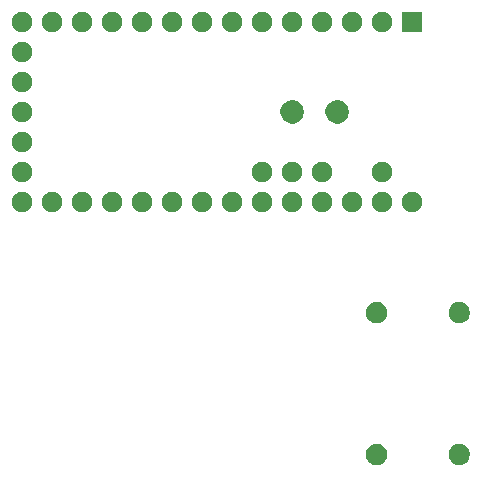
<source format=gbs>
G04 #@! TF.GenerationSoftware,KiCad,Pcbnew,(5.1.4)-1*
G04 #@! TF.CreationDate,2019-10-14T19:51:17-04:00*
G04 #@! TF.ProjectId,badger-badge,62616467-6572-42d6-9261-6467652e6b69,rev?*
G04 #@! TF.SameCoordinates,Original*
G04 #@! TF.FileFunction,Soldermask,Bot*
G04 #@! TF.FilePolarity,Negative*
%FSLAX46Y46*%
G04 Gerber Fmt 4.6, Leading zero omitted, Abs format (unit mm)*
G04 Created by KiCad (PCBNEW (5.1.4)-1) date 2019-10-14 19:51:17*
%MOMM*%
%LPD*%
G04 APERTURE LIST*
%ADD10C,0.100000*%
G04 APERTURE END LIST*
D10*
G36*
X98613512Y-118103927D02*
G01*
X98762812Y-118133624D01*
X98926784Y-118201544D01*
X99074354Y-118300147D01*
X99199853Y-118425646D01*
X99298456Y-118573216D01*
X99366376Y-118737188D01*
X99401000Y-118911259D01*
X99401000Y-119088741D01*
X99366376Y-119262812D01*
X99298456Y-119426784D01*
X99199853Y-119574354D01*
X99074354Y-119699853D01*
X98926784Y-119798456D01*
X98762812Y-119866376D01*
X98613512Y-119896073D01*
X98588742Y-119901000D01*
X98411258Y-119901000D01*
X98386488Y-119896073D01*
X98237188Y-119866376D01*
X98073216Y-119798456D01*
X97925646Y-119699853D01*
X97800147Y-119574354D01*
X97701544Y-119426784D01*
X97633624Y-119262812D01*
X97599000Y-119088741D01*
X97599000Y-118911259D01*
X97633624Y-118737188D01*
X97701544Y-118573216D01*
X97800147Y-118425646D01*
X97925646Y-118300147D01*
X98073216Y-118201544D01*
X98237188Y-118133624D01*
X98386488Y-118103927D01*
X98411258Y-118099000D01*
X98588742Y-118099000D01*
X98613512Y-118103927D01*
X98613512Y-118103927D01*
G37*
G36*
X91613512Y-118103927D02*
G01*
X91762812Y-118133624D01*
X91926784Y-118201544D01*
X92074354Y-118300147D01*
X92199853Y-118425646D01*
X92298456Y-118573216D01*
X92366376Y-118737188D01*
X92401000Y-118911259D01*
X92401000Y-119088741D01*
X92366376Y-119262812D01*
X92298456Y-119426784D01*
X92199853Y-119574354D01*
X92074354Y-119699853D01*
X91926784Y-119798456D01*
X91762812Y-119866376D01*
X91613512Y-119896073D01*
X91588742Y-119901000D01*
X91411258Y-119901000D01*
X91386488Y-119896073D01*
X91237188Y-119866376D01*
X91073216Y-119798456D01*
X90925646Y-119699853D01*
X90800147Y-119574354D01*
X90701544Y-119426784D01*
X90633624Y-119262812D01*
X90599000Y-119088741D01*
X90599000Y-118911259D01*
X90633624Y-118737188D01*
X90701544Y-118573216D01*
X90800147Y-118425646D01*
X90925646Y-118300147D01*
X91073216Y-118201544D01*
X91237188Y-118133624D01*
X91386488Y-118103927D01*
X91411258Y-118099000D01*
X91588742Y-118099000D01*
X91613512Y-118103927D01*
X91613512Y-118103927D01*
G37*
G36*
X91613512Y-106103927D02*
G01*
X91762812Y-106133624D01*
X91926784Y-106201544D01*
X92074354Y-106300147D01*
X92199853Y-106425646D01*
X92298456Y-106573216D01*
X92366376Y-106737188D01*
X92401000Y-106911259D01*
X92401000Y-107088741D01*
X92366376Y-107262812D01*
X92298456Y-107426784D01*
X92199853Y-107574354D01*
X92074354Y-107699853D01*
X91926784Y-107798456D01*
X91762812Y-107866376D01*
X91613512Y-107896073D01*
X91588742Y-107901000D01*
X91411258Y-107901000D01*
X91386488Y-107896073D01*
X91237188Y-107866376D01*
X91073216Y-107798456D01*
X90925646Y-107699853D01*
X90800147Y-107574354D01*
X90701544Y-107426784D01*
X90633624Y-107262812D01*
X90599000Y-107088741D01*
X90599000Y-106911259D01*
X90633624Y-106737188D01*
X90701544Y-106573216D01*
X90800147Y-106425646D01*
X90925646Y-106300147D01*
X91073216Y-106201544D01*
X91237188Y-106133624D01*
X91386488Y-106103927D01*
X91411258Y-106099000D01*
X91588742Y-106099000D01*
X91613512Y-106103927D01*
X91613512Y-106103927D01*
G37*
G36*
X98613512Y-106103927D02*
G01*
X98762812Y-106133624D01*
X98926784Y-106201544D01*
X99074354Y-106300147D01*
X99199853Y-106425646D01*
X99298456Y-106573216D01*
X99366376Y-106737188D01*
X99401000Y-106911259D01*
X99401000Y-107088741D01*
X99366376Y-107262812D01*
X99298456Y-107426784D01*
X99199853Y-107574354D01*
X99074354Y-107699853D01*
X98926784Y-107798456D01*
X98762812Y-107866376D01*
X98613512Y-107896073D01*
X98588742Y-107901000D01*
X98411258Y-107901000D01*
X98386488Y-107896073D01*
X98237188Y-107866376D01*
X98073216Y-107798456D01*
X97925646Y-107699853D01*
X97800147Y-107574354D01*
X97701544Y-107426784D01*
X97633624Y-107262812D01*
X97599000Y-107088741D01*
X97599000Y-106911259D01*
X97633624Y-106737188D01*
X97701544Y-106573216D01*
X97800147Y-106425646D01*
X97925646Y-106300147D01*
X98073216Y-106201544D01*
X98237188Y-106133624D01*
X98386488Y-106103927D01*
X98411258Y-106099000D01*
X98588742Y-106099000D01*
X98613512Y-106103927D01*
X98613512Y-106103927D01*
G37*
G36*
X76978228Y-96801703D02*
G01*
X77133100Y-96865853D01*
X77272481Y-96958985D01*
X77391015Y-97077519D01*
X77484147Y-97216900D01*
X77548297Y-97371772D01*
X77581000Y-97536184D01*
X77581000Y-97703816D01*
X77548297Y-97868228D01*
X77484147Y-98023100D01*
X77391015Y-98162481D01*
X77272481Y-98281015D01*
X77133100Y-98374147D01*
X76978228Y-98438297D01*
X76813816Y-98471000D01*
X76646184Y-98471000D01*
X76481772Y-98438297D01*
X76326900Y-98374147D01*
X76187519Y-98281015D01*
X76068985Y-98162481D01*
X75975853Y-98023100D01*
X75911703Y-97868228D01*
X75879000Y-97703816D01*
X75879000Y-97536184D01*
X75911703Y-97371772D01*
X75975853Y-97216900D01*
X76068985Y-97077519D01*
X76187519Y-96958985D01*
X76326900Y-96865853D01*
X76481772Y-96801703D01*
X76646184Y-96769000D01*
X76813816Y-96769000D01*
X76978228Y-96801703D01*
X76978228Y-96801703D01*
G37*
G36*
X61738228Y-96801703D02*
G01*
X61893100Y-96865853D01*
X62032481Y-96958985D01*
X62151015Y-97077519D01*
X62244147Y-97216900D01*
X62308297Y-97371772D01*
X62341000Y-97536184D01*
X62341000Y-97703816D01*
X62308297Y-97868228D01*
X62244147Y-98023100D01*
X62151015Y-98162481D01*
X62032481Y-98281015D01*
X61893100Y-98374147D01*
X61738228Y-98438297D01*
X61573816Y-98471000D01*
X61406184Y-98471000D01*
X61241772Y-98438297D01*
X61086900Y-98374147D01*
X60947519Y-98281015D01*
X60828985Y-98162481D01*
X60735853Y-98023100D01*
X60671703Y-97868228D01*
X60639000Y-97703816D01*
X60639000Y-97536184D01*
X60671703Y-97371772D01*
X60735853Y-97216900D01*
X60828985Y-97077519D01*
X60947519Y-96958985D01*
X61086900Y-96865853D01*
X61241772Y-96801703D01*
X61406184Y-96769000D01*
X61573816Y-96769000D01*
X61738228Y-96801703D01*
X61738228Y-96801703D01*
G37*
G36*
X64278228Y-96801703D02*
G01*
X64433100Y-96865853D01*
X64572481Y-96958985D01*
X64691015Y-97077519D01*
X64784147Y-97216900D01*
X64848297Y-97371772D01*
X64881000Y-97536184D01*
X64881000Y-97703816D01*
X64848297Y-97868228D01*
X64784147Y-98023100D01*
X64691015Y-98162481D01*
X64572481Y-98281015D01*
X64433100Y-98374147D01*
X64278228Y-98438297D01*
X64113816Y-98471000D01*
X63946184Y-98471000D01*
X63781772Y-98438297D01*
X63626900Y-98374147D01*
X63487519Y-98281015D01*
X63368985Y-98162481D01*
X63275853Y-98023100D01*
X63211703Y-97868228D01*
X63179000Y-97703816D01*
X63179000Y-97536184D01*
X63211703Y-97371772D01*
X63275853Y-97216900D01*
X63368985Y-97077519D01*
X63487519Y-96958985D01*
X63626900Y-96865853D01*
X63781772Y-96801703D01*
X63946184Y-96769000D01*
X64113816Y-96769000D01*
X64278228Y-96801703D01*
X64278228Y-96801703D01*
G37*
G36*
X66818228Y-96801703D02*
G01*
X66973100Y-96865853D01*
X67112481Y-96958985D01*
X67231015Y-97077519D01*
X67324147Y-97216900D01*
X67388297Y-97371772D01*
X67421000Y-97536184D01*
X67421000Y-97703816D01*
X67388297Y-97868228D01*
X67324147Y-98023100D01*
X67231015Y-98162481D01*
X67112481Y-98281015D01*
X66973100Y-98374147D01*
X66818228Y-98438297D01*
X66653816Y-98471000D01*
X66486184Y-98471000D01*
X66321772Y-98438297D01*
X66166900Y-98374147D01*
X66027519Y-98281015D01*
X65908985Y-98162481D01*
X65815853Y-98023100D01*
X65751703Y-97868228D01*
X65719000Y-97703816D01*
X65719000Y-97536184D01*
X65751703Y-97371772D01*
X65815853Y-97216900D01*
X65908985Y-97077519D01*
X66027519Y-96958985D01*
X66166900Y-96865853D01*
X66321772Y-96801703D01*
X66486184Y-96769000D01*
X66653816Y-96769000D01*
X66818228Y-96801703D01*
X66818228Y-96801703D01*
G37*
G36*
X69358228Y-96801703D02*
G01*
X69513100Y-96865853D01*
X69652481Y-96958985D01*
X69771015Y-97077519D01*
X69864147Y-97216900D01*
X69928297Y-97371772D01*
X69961000Y-97536184D01*
X69961000Y-97703816D01*
X69928297Y-97868228D01*
X69864147Y-98023100D01*
X69771015Y-98162481D01*
X69652481Y-98281015D01*
X69513100Y-98374147D01*
X69358228Y-98438297D01*
X69193816Y-98471000D01*
X69026184Y-98471000D01*
X68861772Y-98438297D01*
X68706900Y-98374147D01*
X68567519Y-98281015D01*
X68448985Y-98162481D01*
X68355853Y-98023100D01*
X68291703Y-97868228D01*
X68259000Y-97703816D01*
X68259000Y-97536184D01*
X68291703Y-97371772D01*
X68355853Y-97216900D01*
X68448985Y-97077519D01*
X68567519Y-96958985D01*
X68706900Y-96865853D01*
X68861772Y-96801703D01*
X69026184Y-96769000D01*
X69193816Y-96769000D01*
X69358228Y-96801703D01*
X69358228Y-96801703D01*
G37*
G36*
X71898228Y-96801703D02*
G01*
X72053100Y-96865853D01*
X72192481Y-96958985D01*
X72311015Y-97077519D01*
X72404147Y-97216900D01*
X72468297Y-97371772D01*
X72501000Y-97536184D01*
X72501000Y-97703816D01*
X72468297Y-97868228D01*
X72404147Y-98023100D01*
X72311015Y-98162481D01*
X72192481Y-98281015D01*
X72053100Y-98374147D01*
X71898228Y-98438297D01*
X71733816Y-98471000D01*
X71566184Y-98471000D01*
X71401772Y-98438297D01*
X71246900Y-98374147D01*
X71107519Y-98281015D01*
X70988985Y-98162481D01*
X70895853Y-98023100D01*
X70831703Y-97868228D01*
X70799000Y-97703816D01*
X70799000Y-97536184D01*
X70831703Y-97371772D01*
X70895853Y-97216900D01*
X70988985Y-97077519D01*
X71107519Y-96958985D01*
X71246900Y-96865853D01*
X71401772Y-96801703D01*
X71566184Y-96769000D01*
X71733816Y-96769000D01*
X71898228Y-96801703D01*
X71898228Y-96801703D01*
G37*
G36*
X74438228Y-96801703D02*
G01*
X74593100Y-96865853D01*
X74732481Y-96958985D01*
X74851015Y-97077519D01*
X74944147Y-97216900D01*
X75008297Y-97371772D01*
X75041000Y-97536184D01*
X75041000Y-97703816D01*
X75008297Y-97868228D01*
X74944147Y-98023100D01*
X74851015Y-98162481D01*
X74732481Y-98281015D01*
X74593100Y-98374147D01*
X74438228Y-98438297D01*
X74273816Y-98471000D01*
X74106184Y-98471000D01*
X73941772Y-98438297D01*
X73786900Y-98374147D01*
X73647519Y-98281015D01*
X73528985Y-98162481D01*
X73435853Y-98023100D01*
X73371703Y-97868228D01*
X73339000Y-97703816D01*
X73339000Y-97536184D01*
X73371703Y-97371772D01*
X73435853Y-97216900D01*
X73528985Y-97077519D01*
X73647519Y-96958985D01*
X73786900Y-96865853D01*
X73941772Y-96801703D01*
X74106184Y-96769000D01*
X74273816Y-96769000D01*
X74438228Y-96801703D01*
X74438228Y-96801703D01*
G37*
G36*
X79518228Y-96801703D02*
G01*
X79673100Y-96865853D01*
X79812481Y-96958985D01*
X79931015Y-97077519D01*
X80024147Y-97216900D01*
X80088297Y-97371772D01*
X80121000Y-97536184D01*
X80121000Y-97703816D01*
X80088297Y-97868228D01*
X80024147Y-98023100D01*
X79931015Y-98162481D01*
X79812481Y-98281015D01*
X79673100Y-98374147D01*
X79518228Y-98438297D01*
X79353816Y-98471000D01*
X79186184Y-98471000D01*
X79021772Y-98438297D01*
X78866900Y-98374147D01*
X78727519Y-98281015D01*
X78608985Y-98162481D01*
X78515853Y-98023100D01*
X78451703Y-97868228D01*
X78419000Y-97703816D01*
X78419000Y-97536184D01*
X78451703Y-97371772D01*
X78515853Y-97216900D01*
X78608985Y-97077519D01*
X78727519Y-96958985D01*
X78866900Y-96865853D01*
X79021772Y-96801703D01*
X79186184Y-96769000D01*
X79353816Y-96769000D01*
X79518228Y-96801703D01*
X79518228Y-96801703D01*
G37*
G36*
X82058228Y-96801703D02*
G01*
X82213100Y-96865853D01*
X82352481Y-96958985D01*
X82471015Y-97077519D01*
X82564147Y-97216900D01*
X82628297Y-97371772D01*
X82661000Y-97536184D01*
X82661000Y-97703816D01*
X82628297Y-97868228D01*
X82564147Y-98023100D01*
X82471015Y-98162481D01*
X82352481Y-98281015D01*
X82213100Y-98374147D01*
X82058228Y-98438297D01*
X81893816Y-98471000D01*
X81726184Y-98471000D01*
X81561772Y-98438297D01*
X81406900Y-98374147D01*
X81267519Y-98281015D01*
X81148985Y-98162481D01*
X81055853Y-98023100D01*
X80991703Y-97868228D01*
X80959000Y-97703816D01*
X80959000Y-97536184D01*
X80991703Y-97371772D01*
X81055853Y-97216900D01*
X81148985Y-97077519D01*
X81267519Y-96958985D01*
X81406900Y-96865853D01*
X81561772Y-96801703D01*
X81726184Y-96769000D01*
X81893816Y-96769000D01*
X82058228Y-96801703D01*
X82058228Y-96801703D01*
G37*
G36*
X84598228Y-96801703D02*
G01*
X84753100Y-96865853D01*
X84892481Y-96958985D01*
X85011015Y-97077519D01*
X85104147Y-97216900D01*
X85168297Y-97371772D01*
X85201000Y-97536184D01*
X85201000Y-97703816D01*
X85168297Y-97868228D01*
X85104147Y-98023100D01*
X85011015Y-98162481D01*
X84892481Y-98281015D01*
X84753100Y-98374147D01*
X84598228Y-98438297D01*
X84433816Y-98471000D01*
X84266184Y-98471000D01*
X84101772Y-98438297D01*
X83946900Y-98374147D01*
X83807519Y-98281015D01*
X83688985Y-98162481D01*
X83595853Y-98023100D01*
X83531703Y-97868228D01*
X83499000Y-97703816D01*
X83499000Y-97536184D01*
X83531703Y-97371772D01*
X83595853Y-97216900D01*
X83688985Y-97077519D01*
X83807519Y-96958985D01*
X83946900Y-96865853D01*
X84101772Y-96801703D01*
X84266184Y-96769000D01*
X84433816Y-96769000D01*
X84598228Y-96801703D01*
X84598228Y-96801703D01*
G37*
G36*
X89678228Y-96801703D02*
G01*
X89833100Y-96865853D01*
X89972481Y-96958985D01*
X90091015Y-97077519D01*
X90184147Y-97216900D01*
X90248297Y-97371772D01*
X90281000Y-97536184D01*
X90281000Y-97703816D01*
X90248297Y-97868228D01*
X90184147Y-98023100D01*
X90091015Y-98162481D01*
X89972481Y-98281015D01*
X89833100Y-98374147D01*
X89678228Y-98438297D01*
X89513816Y-98471000D01*
X89346184Y-98471000D01*
X89181772Y-98438297D01*
X89026900Y-98374147D01*
X88887519Y-98281015D01*
X88768985Y-98162481D01*
X88675853Y-98023100D01*
X88611703Y-97868228D01*
X88579000Y-97703816D01*
X88579000Y-97536184D01*
X88611703Y-97371772D01*
X88675853Y-97216900D01*
X88768985Y-97077519D01*
X88887519Y-96958985D01*
X89026900Y-96865853D01*
X89181772Y-96801703D01*
X89346184Y-96769000D01*
X89513816Y-96769000D01*
X89678228Y-96801703D01*
X89678228Y-96801703D01*
G37*
G36*
X92218228Y-96801703D02*
G01*
X92373100Y-96865853D01*
X92512481Y-96958985D01*
X92631015Y-97077519D01*
X92724147Y-97216900D01*
X92788297Y-97371772D01*
X92821000Y-97536184D01*
X92821000Y-97703816D01*
X92788297Y-97868228D01*
X92724147Y-98023100D01*
X92631015Y-98162481D01*
X92512481Y-98281015D01*
X92373100Y-98374147D01*
X92218228Y-98438297D01*
X92053816Y-98471000D01*
X91886184Y-98471000D01*
X91721772Y-98438297D01*
X91566900Y-98374147D01*
X91427519Y-98281015D01*
X91308985Y-98162481D01*
X91215853Y-98023100D01*
X91151703Y-97868228D01*
X91119000Y-97703816D01*
X91119000Y-97536184D01*
X91151703Y-97371772D01*
X91215853Y-97216900D01*
X91308985Y-97077519D01*
X91427519Y-96958985D01*
X91566900Y-96865853D01*
X91721772Y-96801703D01*
X91886184Y-96769000D01*
X92053816Y-96769000D01*
X92218228Y-96801703D01*
X92218228Y-96801703D01*
G37*
G36*
X87138228Y-96801703D02*
G01*
X87293100Y-96865853D01*
X87432481Y-96958985D01*
X87551015Y-97077519D01*
X87644147Y-97216900D01*
X87708297Y-97371772D01*
X87741000Y-97536184D01*
X87741000Y-97703816D01*
X87708297Y-97868228D01*
X87644147Y-98023100D01*
X87551015Y-98162481D01*
X87432481Y-98281015D01*
X87293100Y-98374147D01*
X87138228Y-98438297D01*
X86973816Y-98471000D01*
X86806184Y-98471000D01*
X86641772Y-98438297D01*
X86486900Y-98374147D01*
X86347519Y-98281015D01*
X86228985Y-98162481D01*
X86135853Y-98023100D01*
X86071703Y-97868228D01*
X86039000Y-97703816D01*
X86039000Y-97536184D01*
X86071703Y-97371772D01*
X86135853Y-97216900D01*
X86228985Y-97077519D01*
X86347519Y-96958985D01*
X86486900Y-96865853D01*
X86641772Y-96801703D01*
X86806184Y-96769000D01*
X86973816Y-96769000D01*
X87138228Y-96801703D01*
X87138228Y-96801703D01*
G37*
G36*
X94758228Y-96801703D02*
G01*
X94913100Y-96865853D01*
X95052481Y-96958985D01*
X95171015Y-97077519D01*
X95264147Y-97216900D01*
X95328297Y-97371772D01*
X95361000Y-97536184D01*
X95361000Y-97703816D01*
X95328297Y-97868228D01*
X95264147Y-98023100D01*
X95171015Y-98162481D01*
X95052481Y-98281015D01*
X94913100Y-98374147D01*
X94758228Y-98438297D01*
X94593816Y-98471000D01*
X94426184Y-98471000D01*
X94261772Y-98438297D01*
X94106900Y-98374147D01*
X93967519Y-98281015D01*
X93848985Y-98162481D01*
X93755853Y-98023100D01*
X93691703Y-97868228D01*
X93659000Y-97703816D01*
X93659000Y-97536184D01*
X93691703Y-97371772D01*
X93755853Y-97216900D01*
X93848985Y-97077519D01*
X93967519Y-96958985D01*
X94106900Y-96865853D01*
X94261772Y-96801703D01*
X94426184Y-96769000D01*
X94593816Y-96769000D01*
X94758228Y-96801703D01*
X94758228Y-96801703D01*
G37*
G36*
X87138228Y-94261703D02*
G01*
X87293100Y-94325853D01*
X87432481Y-94418985D01*
X87551015Y-94537519D01*
X87644147Y-94676900D01*
X87708297Y-94831772D01*
X87741000Y-94996184D01*
X87741000Y-95163816D01*
X87708297Y-95328228D01*
X87644147Y-95483100D01*
X87551015Y-95622481D01*
X87432481Y-95741015D01*
X87293100Y-95834147D01*
X87138228Y-95898297D01*
X86973816Y-95931000D01*
X86806184Y-95931000D01*
X86641772Y-95898297D01*
X86486900Y-95834147D01*
X86347519Y-95741015D01*
X86228985Y-95622481D01*
X86135853Y-95483100D01*
X86071703Y-95328228D01*
X86039000Y-95163816D01*
X86039000Y-94996184D01*
X86071703Y-94831772D01*
X86135853Y-94676900D01*
X86228985Y-94537519D01*
X86347519Y-94418985D01*
X86486900Y-94325853D01*
X86641772Y-94261703D01*
X86806184Y-94229000D01*
X86973816Y-94229000D01*
X87138228Y-94261703D01*
X87138228Y-94261703D01*
G37*
G36*
X92218228Y-94261703D02*
G01*
X92373100Y-94325853D01*
X92512481Y-94418985D01*
X92631015Y-94537519D01*
X92724147Y-94676900D01*
X92788297Y-94831772D01*
X92821000Y-94996184D01*
X92821000Y-95163816D01*
X92788297Y-95328228D01*
X92724147Y-95483100D01*
X92631015Y-95622481D01*
X92512481Y-95741015D01*
X92373100Y-95834147D01*
X92218228Y-95898297D01*
X92053816Y-95931000D01*
X91886184Y-95931000D01*
X91721772Y-95898297D01*
X91566900Y-95834147D01*
X91427519Y-95741015D01*
X91308985Y-95622481D01*
X91215853Y-95483100D01*
X91151703Y-95328228D01*
X91119000Y-95163816D01*
X91119000Y-94996184D01*
X91151703Y-94831772D01*
X91215853Y-94676900D01*
X91308985Y-94537519D01*
X91427519Y-94418985D01*
X91566900Y-94325853D01*
X91721772Y-94261703D01*
X91886184Y-94229000D01*
X92053816Y-94229000D01*
X92218228Y-94261703D01*
X92218228Y-94261703D01*
G37*
G36*
X82058228Y-94261703D02*
G01*
X82213100Y-94325853D01*
X82352481Y-94418985D01*
X82471015Y-94537519D01*
X82564147Y-94676900D01*
X82628297Y-94831772D01*
X82661000Y-94996184D01*
X82661000Y-95163816D01*
X82628297Y-95328228D01*
X82564147Y-95483100D01*
X82471015Y-95622481D01*
X82352481Y-95741015D01*
X82213100Y-95834147D01*
X82058228Y-95898297D01*
X81893816Y-95931000D01*
X81726184Y-95931000D01*
X81561772Y-95898297D01*
X81406900Y-95834147D01*
X81267519Y-95741015D01*
X81148985Y-95622481D01*
X81055853Y-95483100D01*
X80991703Y-95328228D01*
X80959000Y-95163816D01*
X80959000Y-94996184D01*
X80991703Y-94831772D01*
X81055853Y-94676900D01*
X81148985Y-94537519D01*
X81267519Y-94418985D01*
X81406900Y-94325853D01*
X81561772Y-94261703D01*
X81726184Y-94229000D01*
X81893816Y-94229000D01*
X82058228Y-94261703D01*
X82058228Y-94261703D01*
G37*
G36*
X84598228Y-94261703D02*
G01*
X84753100Y-94325853D01*
X84892481Y-94418985D01*
X85011015Y-94537519D01*
X85104147Y-94676900D01*
X85168297Y-94831772D01*
X85201000Y-94996184D01*
X85201000Y-95163816D01*
X85168297Y-95328228D01*
X85104147Y-95483100D01*
X85011015Y-95622481D01*
X84892481Y-95741015D01*
X84753100Y-95834147D01*
X84598228Y-95898297D01*
X84433816Y-95931000D01*
X84266184Y-95931000D01*
X84101772Y-95898297D01*
X83946900Y-95834147D01*
X83807519Y-95741015D01*
X83688985Y-95622481D01*
X83595853Y-95483100D01*
X83531703Y-95328228D01*
X83499000Y-95163816D01*
X83499000Y-94996184D01*
X83531703Y-94831772D01*
X83595853Y-94676900D01*
X83688985Y-94537519D01*
X83807519Y-94418985D01*
X83946900Y-94325853D01*
X84101772Y-94261703D01*
X84266184Y-94229000D01*
X84433816Y-94229000D01*
X84598228Y-94261703D01*
X84598228Y-94261703D01*
G37*
G36*
X61738228Y-94261703D02*
G01*
X61893100Y-94325853D01*
X62032481Y-94418985D01*
X62151015Y-94537519D01*
X62244147Y-94676900D01*
X62308297Y-94831772D01*
X62341000Y-94996184D01*
X62341000Y-95163816D01*
X62308297Y-95328228D01*
X62244147Y-95483100D01*
X62151015Y-95622481D01*
X62032481Y-95741015D01*
X61893100Y-95834147D01*
X61738228Y-95898297D01*
X61573816Y-95931000D01*
X61406184Y-95931000D01*
X61241772Y-95898297D01*
X61086900Y-95834147D01*
X60947519Y-95741015D01*
X60828985Y-95622481D01*
X60735853Y-95483100D01*
X60671703Y-95328228D01*
X60639000Y-95163816D01*
X60639000Y-94996184D01*
X60671703Y-94831772D01*
X60735853Y-94676900D01*
X60828985Y-94537519D01*
X60947519Y-94418985D01*
X61086900Y-94325853D01*
X61241772Y-94261703D01*
X61406184Y-94229000D01*
X61573816Y-94229000D01*
X61738228Y-94261703D01*
X61738228Y-94261703D01*
G37*
G36*
X61738228Y-91721703D02*
G01*
X61893100Y-91785853D01*
X62032481Y-91878985D01*
X62151015Y-91997519D01*
X62244147Y-92136900D01*
X62308297Y-92291772D01*
X62341000Y-92456184D01*
X62341000Y-92623816D01*
X62308297Y-92788228D01*
X62244147Y-92943100D01*
X62151015Y-93082481D01*
X62032481Y-93201015D01*
X61893100Y-93294147D01*
X61738228Y-93358297D01*
X61573816Y-93391000D01*
X61406184Y-93391000D01*
X61241772Y-93358297D01*
X61086900Y-93294147D01*
X60947519Y-93201015D01*
X60828985Y-93082481D01*
X60735853Y-92943100D01*
X60671703Y-92788228D01*
X60639000Y-92623816D01*
X60639000Y-92456184D01*
X60671703Y-92291772D01*
X60735853Y-92136900D01*
X60828985Y-91997519D01*
X60947519Y-91878985D01*
X61086900Y-91785853D01*
X61241772Y-91721703D01*
X61406184Y-91689000D01*
X61573816Y-91689000D01*
X61738228Y-91721703D01*
X61738228Y-91721703D01*
G37*
G36*
X88355285Y-89018234D02*
G01*
X88451981Y-89037468D01*
X88634151Y-89112926D01*
X88798100Y-89222473D01*
X88937527Y-89361900D01*
X89047074Y-89525849D01*
X89122532Y-89708019D01*
X89161000Y-89901410D01*
X89161000Y-90098590D01*
X89122532Y-90291981D01*
X89047074Y-90474151D01*
X88937527Y-90638100D01*
X88798100Y-90777527D01*
X88634151Y-90887074D01*
X88451981Y-90962532D01*
X88258591Y-91001000D01*
X88061409Y-91001000D01*
X87868019Y-90962532D01*
X87685849Y-90887074D01*
X87521900Y-90777527D01*
X87382473Y-90638100D01*
X87272926Y-90474151D01*
X87197468Y-90291981D01*
X87159000Y-90098590D01*
X87159000Y-89901410D01*
X87197468Y-89708019D01*
X87272926Y-89525849D01*
X87382473Y-89361900D01*
X87521900Y-89222473D01*
X87685849Y-89112926D01*
X87868019Y-89037468D01*
X87964715Y-89018234D01*
X88061409Y-88999000D01*
X88258591Y-88999000D01*
X88355285Y-89018234D01*
X88355285Y-89018234D01*
G37*
G36*
X84545285Y-89018234D02*
G01*
X84641981Y-89037468D01*
X84824151Y-89112926D01*
X84988100Y-89222473D01*
X85127527Y-89361900D01*
X85237074Y-89525849D01*
X85312532Y-89708019D01*
X85351000Y-89901410D01*
X85351000Y-90098590D01*
X85312532Y-90291981D01*
X85237074Y-90474151D01*
X85127527Y-90638100D01*
X84988100Y-90777527D01*
X84824151Y-90887074D01*
X84641981Y-90962532D01*
X84448591Y-91001000D01*
X84251409Y-91001000D01*
X84058019Y-90962532D01*
X83875849Y-90887074D01*
X83711900Y-90777527D01*
X83572473Y-90638100D01*
X83462926Y-90474151D01*
X83387468Y-90291981D01*
X83349000Y-90098590D01*
X83349000Y-89901410D01*
X83387468Y-89708019D01*
X83462926Y-89525849D01*
X83572473Y-89361900D01*
X83711900Y-89222473D01*
X83875849Y-89112926D01*
X84058019Y-89037468D01*
X84154715Y-89018234D01*
X84251409Y-88999000D01*
X84448591Y-88999000D01*
X84545285Y-89018234D01*
X84545285Y-89018234D01*
G37*
G36*
X61738228Y-89181703D02*
G01*
X61893100Y-89245853D01*
X62032481Y-89338985D01*
X62151015Y-89457519D01*
X62244147Y-89596900D01*
X62308297Y-89751772D01*
X62341000Y-89916184D01*
X62341000Y-90083816D01*
X62308297Y-90248228D01*
X62244147Y-90403100D01*
X62151015Y-90542481D01*
X62032481Y-90661015D01*
X61893100Y-90754147D01*
X61738228Y-90818297D01*
X61573816Y-90851000D01*
X61406184Y-90851000D01*
X61241772Y-90818297D01*
X61086900Y-90754147D01*
X60947519Y-90661015D01*
X60828985Y-90542481D01*
X60735853Y-90403100D01*
X60671703Y-90248228D01*
X60639000Y-90083816D01*
X60639000Y-89916184D01*
X60671703Y-89751772D01*
X60735853Y-89596900D01*
X60828985Y-89457519D01*
X60947519Y-89338985D01*
X61086900Y-89245853D01*
X61241772Y-89181703D01*
X61406184Y-89149000D01*
X61573816Y-89149000D01*
X61738228Y-89181703D01*
X61738228Y-89181703D01*
G37*
G36*
X61738228Y-86641703D02*
G01*
X61893100Y-86705853D01*
X62032481Y-86798985D01*
X62151015Y-86917519D01*
X62244147Y-87056900D01*
X62308297Y-87211772D01*
X62341000Y-87376184D01*
X62341000Y-87543816D01*
X62308297Y-87708228D01*
X62244147Y-87863100D01*
X62151015Y-88002481D01*
X62032481Y-88121015D01*
X61893100Y-88214147D01*
X61738228Y-88278297D01*
X61573816Y-88311000D01*
X61406184Y-88311000D01*
X61241772Y-88278297D01*
X61086900Y-88214147D01*
X60947519Y-88121015D01*
X60828985Y-88002481D01*
X60735853Y-87863100D01*
X60671703Y-87708228D01*
X60639000Y-87543816D01*
X60639000Y-87376184D01*
X60671703Y-87211772D01*
X60735853Y-87056900D01*
X60828985Y-86917519D01*
X60947519Y-86798985D01*
X61086900Y-86705853D01*
X61241772Y-86641703D01*
X61406184Y-86609000D01*
X61573816Y-86609000D01*
X61738228Y-86641703D01*
X61738228Y-86641703D01*
G37*
G36*
X61738228Y-84101703D02*
G01*
X61893100Y-84165853D01*
X62032481Y-84258985D01*
X62151015Y-84377519D01*
X62244147Y-84516900D01*
X62308297Y-84671772D01*
X62341000Y-84836184D01*
X62341000Y-85003816D01*
X62308297Y-85168228D01*
X62244147Y-85323100D01*
X62151015Y-85462481D01*
X62032481Y-85581015D01*
X61893100Y-85674147D01*
X61738228Y-85738297D01*
X61573816Y-85771000D01*
X61406184Y-85771000D01*
X61241772Y-85738297D01*
X61086900Y-85674147D01*
X60947519Y-85581015D01*
X60828985Y-85462481D01*
X60735853Y-85323100D01*
X60671703Y-85168228D01*
X60639000Y-85003816D01*
X60639000Y-84836184D01*
X60671703Y-84671772D01*
X60735853Y-84516900D01*
X60828985Y-84377519D01*
X60947519Y-84258985D01*
X61086900Y-84165853D01*
X61241772Y-84101703D01*
X61406184Y-84069000D01*
X61573816Y-84069000D01*
X61738228Y-84101703D01*
X61738228Y-84101703D01*
G37*
G36*
X64278228Y-81561703D02*
G01*
X64433100Y-81625853D01*
X64572481Y-81718985D01*
X64691015Y-81837519D01*
X64784147Y-81976900D01*
X64848297Y-82131772D01*
X64881000Y-82296184D01*
X64881000Y-82463816D01*
X64848297Y-82628228D01*
X64784147Y-82783100D01*
X64691015Y-82922481D01*
X64572481Y-83041015D01*
X64433100Y-83134147D01*
X64278228Y-83198297D01*
X64113816Y-83231000D01*
X63946184Y-83231000D01*
X63781772Y-83198297D01*
X63626900Y-83134147D01*
X63487519Y-83041015D01*
X63368985Y-82922481D01*
X63275853Y-82783100D01*
X63211703Y-82628228D01*
X63179000Y-82463816D01*
X63179000Y-82296184D01*
X63211703Y-82131772D01*
X63275853Y-81976900D01*
X63368985Y-81837519D01*
X63487519Y-81718985D01*
X63626900Y-81625853D01*
X63781772Y-81561703D01*
X63946184Y-81529000D01*
X64113816Y-81529000D01*
X64278228Y-81561703D01*
X64278228Y-81561703D01*
G37*
G36*
X66818228Y-81561703D02*
G01*
X66973100Y-81625853D01*
X67112481Y-81718985D01*
X67231015Y-81837519D01*
X67324147Y-81976900D01*
X67388297Y-82131772D01*
X67421000Y-82296184D01*
X67421000Y-82463816D01*
X67388297Y-82628228D01*
X67324147Y-82783100D01*
X67231015Y-82922481D01*
X67112481Y-83041015D01*
X66973100Y-83134147D01*
X66818228Y-83198297D01*
X66653816Y-83231000D01*
X66486184Y-83231000D01*
X66321772Y-83198297D01*
X66166900Y-83134147D01*
X66027519Y-83041015D01*
X65908985Y-82922481D01*
X65815853Y-82783100D01*
X65751703Y-82628228D01*
X65719000Y-82463816D01*
X65719000Y-82296184D01*
X65751703Y-82131772D01*
X65815853Y-81976900D01*
X65908985Y-81837519D01*
X66027519Y-81718985D01*
X66166900Y-81625853D01*
X66321772Y-81561703D01*
X66486184Y-81529000D01*
X66653816Y-81529000D01*
X66818228Y-81561703D01*
X66818228Y-81561703D01*
G37*
G36*
X71898228Y-81561703D02*
G01*
X72053100Y-81625853D01*
X72192481Y-81718985D01*
X72311015Y-81837519D01*
X72404147Y-81976900D01*
X72468297Y-82131772D01*
X72501000Y-82296184D01*
X72501000Y-82463816D01*
X72468297Y-82628228D01*
X72404147Y-82783100D01*
X72311015Y-82922481D01*
X72192481Y-83041015D01*
X72053100Y-83134147D01*
X71898228Y-83198297D01*
X71733816Y-83231000D01*
X71566184Y-83231000D01*
X71401772Y-83198297D01*
X71246900Y-83134147D01*
X71107519Y-83041015D01*
X70988985Y-82922481D01*
X70895853Y-82783100D01*
X70831703Y-82628228D01*
X70799000Y-82463816D01*
X70799000Y-82296184D01*
X70831703Y-82131772D01*
X70895853Y-81976900D01*
X70988985Y-81837519D01*
X71107519Y-81718985D01*
X71246900Y-81625853D01*
X71401772Y-81561703D01*
X71566184Y-81529000D01*
X71733816Y-81529000D01*
X71898228Y-81561703D01*
X71898228Y-81561703D01*
G37*
G36*
X74438228Y-81561703D02*
G01*
X74593100Y-81625853D01*
X74732481Y-81718985D01*
X74851015Y-81837519D01*
X74944147Y-81976900D01*
X75008297Y-82131772D01*
X75041000Y-82296184D01*
X75041000Y-82463816D01*
X75008297Y-82628228D01*
X74944147Y-82783100D01*
X74851015Y-82922481D01*
X74732481Y-83041015D01*
X74593100Y-83134147D01*
X74438228Y-83198297D01*
X74273816Y-83231000D01*
X74106184Y-83231000D01*
X73941772Y-83198297D01*
X73786900Y-83134147D01*
X73647519Y-83041015D01*
X73528985Y-82922481D01*
X73435853Y-82783100D01*
X73371703Y-82628228D01*
X73339000Y-82463816D01*
X73339000Y-82296184D01*
X73371703Y-82131772D01*
X73435853Y-81976900D01*
X73528985Y-81837519D01*
X73647519Y-81718985D01*
X73786900Y-81625853D01*
X73941772Y-81561703D01*
X74106184Y-81529000D01*
X74273816Y-81529000D01*
X74438228Y-81561703D01*
X74438228Y-81561703D01*
G37*
G36*
X76978228Y-81561703D02*
G01*
X77133100Y-81625853D01*
X77272481Y-81718985D01*
X77391015Y-81837519D01*
X77484147Y-81976900D01*
X77548297Y-82131772D01*
X77581000Y-82296184D01*
X77581000Y-82463816D01*
X77548297Y-82628228D01*
X77484147Y-82783100D01*
X77391015Y-82922481D01*
X77272481Y-83041015D01*
X77133100Y-83134147D01*
X76978228Y-83198297D01*
X76813816Y-83231000D01*
X76646184Y-83231000D01*
X76481772Y-83198297D01*
X76326900Y-83134147D01*
X76187519Y-83041015D01*
X76068985Y-82922481D01*
X75975853Y-82783100D01*
X75911703Y-82628228D01*
X75879000Y-82463816D01*
X75879000Y-82296184D01*
X75911703Y-82131772D01*
X75975853Y-81976900D01*
X76068985Y-81837519D01*
X76187519Y-81718985D01*
X76326900Y-81625853D01*
X76481772Y-81561703D01*
X76646184Y-81529000D01*
X76813816Y-81529000D01*
X76978228Y-81561703D01*
X76978228Y-81561703D01*
G37*
G36*
X79518228Y-81561703D02*
G01*
X79673100Y-81625853D01*
X79812481Y-81718985D01*
X79931015Y-81837519D01*
X80024147Y-81976900D01*
X80088297Y-82131772D01*
X80121000Y-82296184D01*
X80121000Y-82463816D01*
X80088297Y-82628228D01*
X80024147Y-82783100D01*
X79931015Y-82922481D01*
X79812481Y-83041015D01*
X79673100Y-83134147D01*
X79518228Y-83198297D01*
X79353816Y-83231000D01*
X79186184Y-83231000D01*
X79021772Y-83198297D01*
X78866900Y-83134147D01*
X78727519Y-83041015D01*
X78608985Y-82922481D01*
X78515853Y-82783100D01*
X78451703Y-82628228D01*
X78419000Y-82463816D01*
X78419000Y-82296184D01*
X78451703Y-82131772D01*
X78515853Y-81976900D01*
X78608985Y-81837519D01*
X78727519Y-81718985D01*
X78866900Y-81625853D01*
X79021772Y-81561703D01*
X79186184Y-81529000D01*
X79353816Y-81529000D01*
X79518228Y-81561703D01*
X79518228Y-81561703D01*
G37*
G36*
X61738228Y-81561703D02*
G01*
X61893100Y-81625853D01*
X62032481Y-81718985D01*
X62151015Y-81837519D01*
X62244147Y-81976900D01*
X62308297Y-82131772D01*
X62341000Y-82296184D01*
X62341000Y-82463816D01*
X62308297Y-82628228D01*
X62244147Y-82783100D01*
X62151015Y-82922481D01*
X62032481Y-83041015D01*
X61893100Y-83134147D01*
X61738228Y-83198297D01*
X61573816Y-83231000D01*
X61406184Y-83231000D01*
X61241772Y-83198297D01*
X61086900Y-83134147D01*
X60947519Y-83041015D01*
X60828985Y-82922481D01*
X60735853Y-82783100D01*
X60671703Y-82628228D01*
X60639000Y-82463816D01*
X60639000Y-82296184D01*
X60671703Y-82131772D01*
X60735853Y-81976900D01*
X60828985Y-81837519D01*
X60947519Y-81718985D01*
X61086900Y-81625853D01*
X61241772Y-81561703D01*
X61406184Y-81529000D01*
X61573816Y-81529000D01*
X61738228Y-81561703D01*
X61738228Y-81561703D01*
G37*
G36*
X82058228Y-81561703D02*
G01*
X82213100Y-81625853D01*
X82352481Y-81718985D01*
X82471015Y-81837519D01*
X82564147Y-81976900D01*
X82628297Y-82131772D01*
X82661000Y-82296184D01*
X82661000Y-82463816D01*
X82628297Y-82628228D01*
X82564147Y-82783100D01*
X82471015Y-82922481D01*
X82352481Y-83041015D01*
X82213100Y-83134147D01*
X82058228Y-83198297D01*
X81893816Y-83231000D01*
X81726184Y-83231000D01*
X81561772Y-83198297D01*
X81406900Y-83134147D01*
X81267519Y-83041015D01*
X81148985Y-82922481D01*
X81055853Y-82783100D01*
X80991703Y-82628228D01*
X80959000Y-82463816D01*
X80959000Y-82296184D01*
X80991703Y-82131772D01*
X81055853Y-81976900D01*
X81148985Y-81837519D01*
X81267519Y-81718985D01*
X81406900Y-81625853D01*
X81561772Y-81561703D01*
X81726184Y-81529000D01*
X81893816Y-81529000D01*
X82058228Y-81561703D01*
X82058228Y-81561703D01*
G37*
G36*
X84598228Y-81561703D02*
G01*
X84753100Y-81625853D01*
X84892481Y-81718985D01*
X85011015Y-81837519D01*
X85104147Y-81976900D01*
X85168297Y-82131772D01*
X85201000Y-82296184D01*
X85201000Y-82463816D01*
X85168297Y-82628228D01*
X85104147Y-82783100D01*
X85011015Y-82922481D01*
X84892481Y-83041015D01*
X84753100Y-83134147D01*
X84598228Y-83198297D01*
X84433816Y-83231000D01*
X84266184Y-83231000D01*
X84101772Y-83198297D01*
X83946900Y-83134147D01*
X83807519Y-83041015D01*
X83688985Y-82922481D01*
X83595853Y-82783100D01*
X83531703Y-82628228D01*
X83499000Y-82463816D01*
X83499000Y-82296184D01*
X83531703Y-82131772D01*
X83595853Y-81976900D01*
X83688985Y-81837519D01*
X83807519Y-81718985D01*
X83946900Y-81625853D01*
X84101772Y-81561703D01*
X84266184Y-81529000D01*
X84433816Y-81529000D01*
X84598228Y-81561703D01*
X84598228Y-81561703D01*
G37*
G36*
X87138228Y-81561703D02*
G01*
X87293100Y-81625853D01*
X87432481Y-81718985D01*
X87551015Y-81837519D01*
X87644147Y-81976900D01*
X87708297Y-82131772D01*
X87741000Y-82296184D01*
X87741000Y-82463816D01*
X87708297Y-82628228D01*
X87644147Y-82783100D01*
X87551015Y-82922481D01*
X87432481Y-83041015D01*
X87293100Y-83134147D01*
X87138228Y-83198297D01*
X86973816Y-83231000D01*
X86806184Y-83231000D01*
X86641772Y-83198297D01*
X86486900Y-83134147D01*
X86347519Y-83041015D01*
X86228985Y-82922481D01*
X86135853Y-82783100D01*
X86071703Y-82628228D01*
X86039000Y-82463816D01*
X86039000Y-82296184D01*
X86071703Y-82131772D01*
X86135853Y-81976900D01*
X86228985Y-81837519D01*
X86347519Y-81718985D01*
X86486900Y-81625853D01*
X86641772Y-81561703D01*
X86806184Y-81529000D01*
X86973816Y-81529000D01*
X87138228Y-81561703D01*
X87138228Y-81561703D01*
G37*
G36*
X89678228Y-81561703D02*
G01*
X89833100Y-81625853D01*
X89972481Y-81718985D01*
X90091015Y-81837519D01*
X90184147Y-81976900D01*
X90248297Y-82131772D01*
X90281000Y-82296184D01*
X90281000Y-82463816D01*
X90248297Y-82628228D01*
X90184147Y-82783100D01*
X90091015Y-82922481D01*
X89972481Y-83041015D01*
X89833100Y-83134147D01*
X89678228Y-83198297D01*
X89513816Y-83231000D01*
X89346184Y-83231000D01*
X89181772Y-83198297D01*
X89026900Y-83134147D01*
X88887519Y-83041015D01*
X88768985Y-82922481D01*
X88675853Y-82783100D01*
X88611703Y-82628228D01*
X88579000Y-82463816D01*
X88579000Y-82296184D01*
X88611703Y-82131772D01*
X88675853Y-81976900D01*
X88768985Y-81837519D01*
X88887519Y-81718985D01*
X89026900Y-81625853D01*
X89181772Y-81561703D01*
X89346184Y-81529000D01*
X89513816Y-81529000D01*
X89678228Y-81561703D01*
X89678228Y-81561703D01*
G37*
G36*
X92218228Y-81561703D02*
G01*
X92373100Y-81625853D01*
X92512481Y-81718985D01*
X92631015Y-81837519D01*
X92724147Y-81976900D01*
X92788297Y-82131772D01*
X92821000Y-82296184D01*
X92821000Y-82463816D01*
X92788297Y-82628228D01*
X92724147Y-82783100D01*
X92631015Y-82922481D01*
X92512481Y-83041015D01*
X92373100Y-83134147D01*
X92218228Y-83198297D01*
X92053816Y-83231000D01*
X91886184Y-83231000D01*
X91721772Y-83198297D01*
X91566900Y-83134147D01*
X91427519Y-83041015D01*
X91308985Y-82922481D01*
X91215853Y-82783100D01*
X91151703Y-82628228D01*
X91119000Y-82463816D01*
X91119000Y-82296184D01*
X91151703Y-82131772D01*
X91215853Y-81976900D01*
X91308985Y-81837519D01*
X91427519Y-81718985D01*
X91566900Y-81625853D01*
X91721772Y-81561703D01*
X91886184Y-81529000D01*
X92053816Y-81529000D01*
X92218228Y-81561703D01*
X92218228Y-81561703D01*
G37*
G36*
X95361000Y-83231000D02*
G01*
X93659000Y-83231000D01*
X93659000Y-81529000D01*
X95361000Y-81529000D01*
X95361000Y-83231000D01*
X95361000Y-83231000D01*
G37*
G36*
X69358228Y-81561703D02*
G01*
X69513100Y-81625853D01*
X69652481Y-81718985D01*
X69771015Y-81837519D01*
X69864147Y-81976900D01*
X69928297Y-82131772D01*
X69961000Y-82296184D01*
X69961000Y-82463816D01*
X69928297Y-82628228D01*
X69864147Y-82783100D01*
X69771015Y-82922481D01*
X69652481Y-83041015D01*
X69513100Y-83134147D01*
X69358228Y-83198297D01*
X69193816Y-83231000D01*
X69026184Y-83231000D01*
X68861772Y-83198297D01*
X68706900Y-83134147D01*
X68567519Y-83041015D01*
X68448985Y-82922481D01*
X68355853Y-82783100D01*
X68291703Y-82628228D01*
X68259000Y-82463816D01*
X68259000Y-82296184D01*
X68291703Y-82131772D01*
X68355853Y-81976900D01*
X68448985Y-81837519D01*
X68567519Y-81718985D01*
X68706900Y-81625853D01*
X68861772Y-81561703D01*
X69026184Y-81529000D01*
X69193816Y-81529000D01*
X69358228Y-81561703D01*
X69358228Y-81561703D01*
G37*
M02*

</source>
